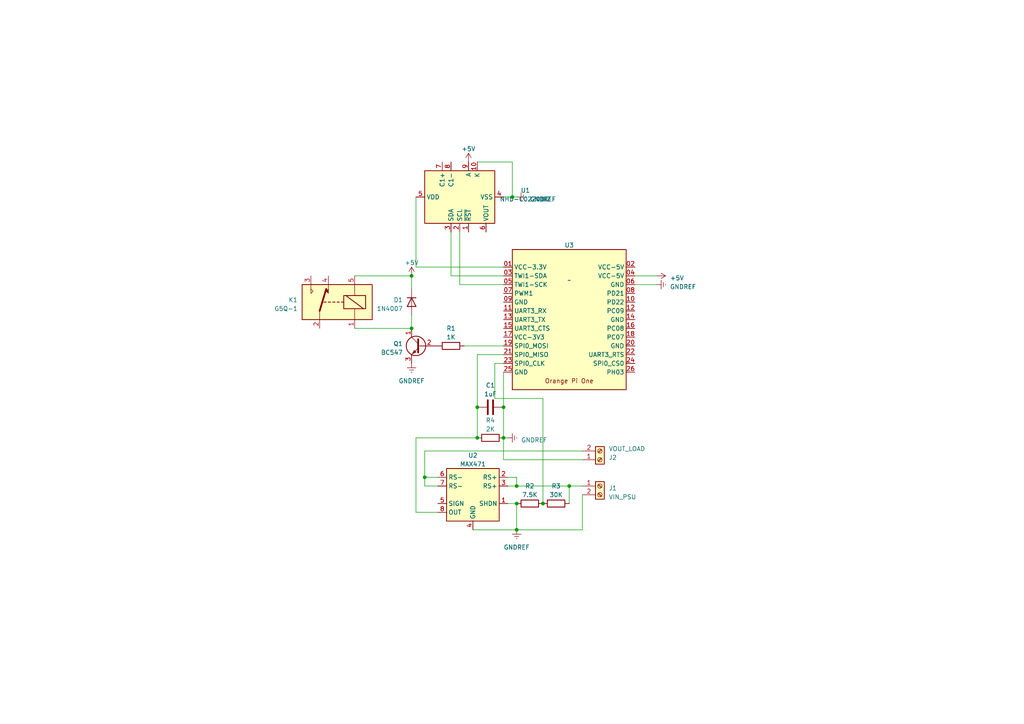
<source format=kicad_sch>
(kicad_sch (version 20230121) (generator eeschema)
  (paper "A4")
  (lib_symbols
    (symbol "Amplifier_Current:MAX471"
      (property "Reference" "U" (at -7.62 8.89 0))
      (property "Value" "MAX471" (at 0 8.89 0))
      (symbol "MAX471_0_1"
        (rectangle (start -7.62 7.62) (end 7.62 -7.62) (stroke (width 0.254)) (fill (type background)))
      )
      (symbol "MAX471_1_1"
        (pin input line (at -10.16 -2.54 0) (length 2.54) (name "SHDN") (number "1"))
        (pin input line (at -10.16 5.08 0) (length 2.54) (name "RS+") (number "2"))
        (pin input line (at -10.16 2.54 0) (length 2.54) (name "RS+") (number "3"))
        (pin power_in line (at 0 -10.16 90) (length 2.54) (name "GND") (number "4"))
        (pin open_collector line (at 10.16 -2.54 180) (length 2.54) (name "SIGN") (number "5"))
        (pin input line (at 10.16 5.08 180) (length 2.54) (name "RS-") (number "6"))
        (pin input line (at 10.16 2.54 180) (length 2.54) (name "RS-") (number "7"))
        (pin output line (at 10.16 -5.08 180) (length 2.54) (name "OUT") (number "8"))
      )
    )
    (symbol "Connector:Screw_Terminal_01x02" (pin_names (offset 1.016) hide)
      (property "Reference" "J" (at 0 2.54 0))
      (property "Value" "Screw_Terminal_01x02" (at 0 -5.08 0))
      (symbol "Screw_Terminal_01x02_1_1"
        (rectangle (start -1.27 1.27) (end 1.27 -3.81) (stroke (width 0.254)) (fill (type background)))
        (circle (center 0 -2.54) (radius 0.635) (stroke (width 0.1524)))
        (polyline (pts (xy -0.5334 -2.2098) (xy 0.3302 -3.048)) (stroke (width 0.1524)))
        (polyline (pts (xy -0.5334 0.3302) (xy 0.3302 -0.508)) (stroke (width 0.1524)))
        (polyline (pts (xy -0.3556 -2.032) (xy 0.508 -2.8702)) (stroke (width 0.1524)))
        (polyline (pts (xy -0.3556 0.508) (xy 0.508 -0.3302)) (stroke (width 0.1524)))
        (circle (center 0 0) (radius 0.635) (stroke (width 0.1524)))
        (pin passive line (at -5.08 0 0) (length 3.81) (name "Pin_1") (number "1"))
        (pin passive line (at -5.08 -2.54 0) (length 3.81) (name "Pin_2") (number "2"))
      )
    )
    (symbol "Device:C" (pin_numbers hide) (pin_names (offset 0.254))
      (property "Reference" "C" (at 0.635 2.54 0))
      (property "Value" "C" (at 0.635 -2.54 0))
      (symbol "C_0_1"
        (polyline (pts (xy -2.032 -0.762) (xy 2.032 -0.762)) (stroke (width 0.508)))
        (polyline (pts (xy -2.032 0.762) (xy 2.032 0.762)) (stroke (width 0.508)))
      )
      (symbol "C_1_1"
        (pin passive line (at 0 3.81 270) (length 2.794) (name "~") (number "1"))
        (pin passive line (at 0 -3.81 90) (length 2.794) (name "~") (number "2"))
      )
    )
    (symbol "Device:R" (pin_numbers hide) (pin_names (offset 0))
      (property "Reference" "R" (at 2.032 0 90))
      (property "Value" "R" (at 0 0 90))
      (symbol "R_0_1"
        (rectangle (start -1.016 -2.54) (end 1.016 2.54) (stroke (width 0.254)))
      )
      (symbol "R_1_1"
        (pin passive line (at 0 3.81 270) (length 1.27) (name "~") (number "1"))
        (pin passive line (at 0 -3.81 90) (length 1.27) (name "~") (number "2"))
      )
    )
    (symbol "Diode:1N4007" (pin_numbers hide) (pin_names hide)
      (property "Reference" "D" (at 0 2.54 0))
      (property "Value" "1N4007" (at 0 -2.54 0))
      (symbol "1N4007_0_1"
        (polyline (pts (xy -1.27 1.27) (xy -1.27 -1.27)) (stroke (width 0.254)))
        (polyline (pts (xy 1.27 0) (xy -1.27 0)))
        (polyline (pts (xy 1.27 1.27) (xy 1.27 -1.27) (xy -1.27 0) (xy 1.27 1.27)) (stroke (width 0.254)))
      )
      (symbol "1N4007_1_1"
        (pin passive line (at -3.81 0 0) (length 2.54) (name "K") (number "1"))
        (pin passive line (at 3.81 0 180) (length 2.54) (name "A") (number "2"))
      )
    )
    (symbol "Display_Character:NHD-C0220BIZ"
      (property "Reference" "U" (at -6.35 11.43 0))
      (property "Value" "NHD-C0220BIZ" (at 8.89 11.43 0))
      (symbol "NHD-C0220BIZ_0_1"
        (rectangle (start -7.62 10.16) (end 7.62 -10.16) (stroke (width 0.254)) (fill (type background)))
      )
      (symbol "NHD-C0220BIZ_1_1"
        (pin input line (at -10.16 -2.54 0) (length 2.54) (name "~{RST}") (number "1"))
        (pin passive line (at 10.16 -5.08 180) (length 2.54) (name "K") (number "10"))
        (pin input line (at -10.16 0 0) (length 2.54) (name "SCL") (number "2"))
        (pin bidirectional line (at -10.16 2.54 0) (length 2.54) (name "SDA") (number "3"))
        (pin power_in line (at 0 -12.7 90) (length 2.54) (name "VSS") (number "4"))
        (pin power_in line (at 0 12.7 270) (length 2.54) (name "VDD") (number "5"))
        (pin passive line (at -10.16 -7.62 0) (length 2.54) (name "VOUT") (number "6"))
        (pin passive line (at 10.16 5.08 180) (length 2.54) (name "C1+") (number "7"))
        (pin passive line (at 10.16 2.54 180) (length 2.54) (name "C1-") (number "8"))
        (pin passive line (at 10.16 -2.54 180) (length 2.54) (name "A") (number "9"))
      )
    )
    (symbol "Relay:G5Q-1"
      (property "Reference" "K" (at 11.43 3.81 0))
      (property "Value" "G5Q-1" (at 11.43 1.27 0))
      (symbol "G5Q-1_0_0"
        (polyline (pts (xy 7.62 5.08) (xy 7.62 2.54) (xy 6.985 3.175) (xy 7.62 3.81)))
      )
      (symbol "G5Q-1_0_1"
        (rectangle (start -10.16 5.08) (end 10.16 -5.08) (stroke (width 0.254)) (fill (type background)))
        (rectangle (start -8.255 1.905) (end -1.905 -1.905) (stroke (width 0.254)))
        (polyline (pts (xy -7.62 -1.905) (xy -2.54 1.905)) (stroke (width 0.254)))
        (polyline (pts (xy -5.08 -5.08) (xy -5.08 -1.905)))
        (polyline (pts (xy -5.08 5.08) (xy -5.08 1.905)))
        (polyline (pts (xy -1.905 0) (xy -1.27 0)) (stroke (width 0.254)))
        (polyline (pts (xy -0.635 0) (xy 0 0)) (stroke (width 0.254)))
        (polyline (pts (xy 0.635 0) (xy 1.27 0)) (stroke (width 0.254)))
        (polyline (pts (xy 1.905 0) (xy 2.54 0)) (stroke (width 0.254)))
        (polyline (pts (xy 3.175 0) (xy 3.81 0)) (stroke (width 0.254)))
        (polyline (pts (xy 5.08 -2.54) (xy 3.175 3.81)) (stroke (width 0.508)))
        (polyline (pts (xy 5.08 -2.54) (xy 5.08 -5.08)))
        (polyline (pts (xy 2.54 5.08) (xy 2.54 2.54) (xy 3.175 3.175) (xy 2.54 3.81)) (fill (type outline)))
      )
      (symbol "G5Q-1_1_1"
        (pin passive line (at -5.08 -7.62 90) (length 2.54) (name "~") (number "1"))
        (pin passive line (at 5.08 -7.62 90) (length 2.54) (name "~") (number "2"))
        (pin passive line (at 7.62 7.62 270) (length 2.54) (name "~") (number "3"))
        (pin passive line (at 2.54 7.62 270) (length 2.54) (name "~") (number "4"))
        (pin passive line (at -5.08 7.62 270) (length 2.54) (name "~") (number "5"))
      )
    )
    (symbol "Transistor_BJT:BC547" (pin_names (offset 0) hide)
      (property "Reference" "Q" (at 5.08 1.905 0))
      (property "Value" "BC547" (at 5.08 0 0))
      (symbol "BC547_0_1"
        (polyline (pts (xy 0 0) (xy 0.635 0)))
        (polyline (pts (xy 0.635 0.635) (xy 2.54 2.54)))
        (polyline (pts (xy 0.635 -0.635) (xy 2.54 -2.54) (xy 2.54 -2.54)))
        (polyline (pts (xy 0.635 1.905) (xy 0.635 -1.905) (xy 0.635 -1.905)) (stroke (width 0.508)))
        (polyline (pts (xy 1.27 -1.778) (xy 1.778 -1.27) (xy 2.286 -2.286) (xy 1.27 -1.778) (xy 1.27 -1.778)) (fill (type outline)))
        (circle (center 1.27 0) (radius 2.8194) (stroke (width 0.254)))
      )
      (symbol "BC547_1_1"
        (pin passive line (at 2.54 5.08 270) (length 2.54) (name "C") (number "1"))
        (pin input line (at -5.08 0 0) (length 5.08) (name "B") (number "2"))
        (pin passive line (at 2.54 -5.08 90) (length 2.54) (name "E") (number "3"))
      )
    )
    (symbol "orange_pi_one:Orange_Pi_One"
      (property "Reference" "U" (at 0 0 0))
      (symbol "Orange_Pi_One_1_1"
        (rectangle (start -16.51 20.32) (end 16.51 -20.32) (stroke (width 0.254)) (fill (type background)))
        (text "Orange Pi One" (at 0 -17.78 0) (effects (font (size 1.27 1.27))))
        (pin bidirectional line (at -19.05 15.24 0) (length 2.54) (name "VCC-3.3V") (number "01"))
        (pin bidirectional line (at 19.05 15.24 180) (length 2.54) (name "VCC-5V") (number "02"))
        (pin bidirectional line (at -19.05 12.7 0) (length 2.54) (name "TWI1-SDA") (number "03"))
        (pin bidirectional line (at 19.05 12.7 180) (length 2.54) (name "VCC-5V") (number "04"))
        (pin bidirectional line (at -19.05 10.16 0) (length 2.54) (name "TWI1-SCK") (number "05"))
        (pin bidirectional line (at 19.05 10.16 180) (length 2.54) (name "GND") (number "06"))
        (pin bidirectional line (at -19.05 7.62 0) (length 2.54) (name "PWM1") (number "07"))
        (pin bidirectional line (at 19.05 7.62 180) (length 2.54) (name "PD21") (number "08"))
        (pin bidirectional line (at -19.05 5.08 0) (length 2.54) (name "GND") (number "09"))
        (pin bidirectional line (at 19.05 5.08 180) (length 2.54) (name "PD22") (number "10"))
        (pin bidirectional line (at -19.05 2.54 0) (length 2.54) (name "UART3_RX") (number "11"))
        (pin bidirectional line (at 19.05 2.54 180) (length 2.54) (name "PC09") (number "12"))
        (pin bidirectional line (at -19.05 0 0) (length 2.54) (name "UART3_TX") (number "13"))
        (pin bidirectional line (at 19.05 0 180) (length 2.54) (name "GND") (number "14"))
        (pin bidirectional line (at -19.05 -2.54 0) (length 2.54) (name "UART3_CTS") (number "15"))
        (pin bidirectional line (at 19.05 -2.54 180) (length 2.54) (name "PC08") (number "16"))
        (pin bidirectional line (at -19.05 -5.08 0) (length 2.54) (name "VCC-3V3") (number "17"))
        (pin bidirectional line (at 19.05 -5.08 180) (length 2.54) (name "PC07") (number "18"))
        (pin bidirectional line (at -19.05 -7.62 0) (length 2.54) (name "SPI0_MOSI") (number "19"))
        (pin bidirectional line (at 19.05 -7.62 180) (length 2.54) (name "GND") (number "20"))
        (pin bidirectional line (at -19.05 -10.16 0) (length 2.54) (name "SPI0_MISO") (number "21"))
        (pin bidirectional line (at 19.05 -10.16 180) (length 2.54) (name "UART3_RTS") (number "22"))
        (pin bidirectional line (at -19.05 -12.7 0) (length 2.54) (name "SPI0_CLK") (number "23"))
        (pin bidirectional line (at 19.05 -12.7 180) (length 2.54) (name "SPI0_CS0") (number "24"))
        (pin bidirectional line (at -19.05 -15.24 0) (length 2.54) (name "GND") (number "25"))
        (pin bidirectional line (at 19.05 -15.24 180) (length 2.54) (name "PH03") (number "26"))
      )
    )
    (symbol "power:+5V" (power) (pin_names (offset 0))
      (property "Value" "+5V" (at 0 3.556 0))
      (symbol "+5V_0_1"
        (polyline (pts (xy -0.762 1.27) (xy 0 2.54)))
        (polyline (pts (xy 0 0) (xy 0 2.54)))
        (polyline (pts (xy 0 2.54) (xy 0.762 1.27)))
      )
      (symbol "+5V_1_1"
        (pin power_in line (at 0 0 90) (length 0) hide (name "+5V") (number "1"))
      )
    )
    (symbol "power:GNDREF" (power) (pin_names (offset 0))
      (property "Value" "GNDREF" (at 0 -3.81 0))
      (symbol "GNDREF_0_1"
        (polyline (pts (xy -0.635 -1.905) (xy 0.635 -1.905)))
        (polyline (pts (xy -0.127 -2.54) (xy 0.127 -2.54)))
        (polyline (pts (xy 0 -1.27) (xy 0 0)))
        (polyline (pts (xy 1.27 -1.27) (xy -1.27 -1.27)))
      )
      (symbol "GNDREF_1_1"
        (pin power_in line (at 0 0 270) (length 0) hide (name "GNDREF") (number "1"))
      )
    )
  )
  (junction (at 138.43 118.11))
  (junction (at 149.86 153.67))
  (junction (at 123.19 138.43))
  (junction (at 165.1 140.97))
  (junction (at 157.48 146.05))
  (junction (at 146.05 118.11))
  (junction (at 148.59 57.15))
  (junction (at 149.86 140.97))
  (junction (at 119.38 95.25))
  (junction (at 138.43 127))
  (junction (at 119.38 80.01))
  (junction (at 146.05 127))
  (junction (at 149.86 146.05))
  (wire (pts (xy 149.86 57.15) (xy 148.59 57.15)))
  (wire (pts (xy 168.91 153.67) (xy 168.91 143.51)))
  (wire (pts (xy 146.05 118.11) (xy 146.05 127)))
  (wire (pts (xy 147.32 138.43) (xy 149.86 138.43)))
  (wire (pts (xy 143.51 115.57) (xy 143.51 105.41)))
  (wire (pts (xy 133.35 67.31) (xy 133.35 82.55)))
  (wire (pts (xy 148.59 46.99) (xy 148.59 57.15)))
  (wire (pts (xy 149.86 153.67) (xy 168.91 153.67)))
  (wire (pts (xy 149.86 146.05) (xy 147.32 146.05)))
  (wire (pts (xy 149.86 138.43) (xy 149.86 140.97)))
  (wire (pts (xy 146.05 127) (xy 147.32 127)))
  (wire (pts (xy 102.87 95.25) (xy 119.38 95.25)))
  (wire (pts (xy 127 148.59) (xy 120.65 148.59)))
  (wire (pts (xy 190.5 82.55) (xy 184.15 82.55)))
  (wire (pts (xy 148.59 57.15) (xy 146.05 57.15)))
  (wire (pts (xy 146.05 133.35) (xy 168.91 133.35)))
  (wire (pts (xy 138.43 102.87) (xy 146.05 102.87)))
  (wire (pts (xy 120.65 127) (xy 138.43 127)))
  (wire (pts (xy 123.19 138.43) (xy 127 138.43)))
  (wire (pts (xy 133.35 82.55) (xy 146.05 82.55)))
  (wire (pts (xy 157.48 146.05) (xy 157.48 115.57)))
  (wire (pts (xy 157.48 115.57) (xy 143.51 115.57)))
  (wire (pts (xy 165.1 140.97) (xy 168.91 140.97)))
  (wire (pts (xy 120.65 57.15) (xy 120.65 77.47)))
  (wire (pts (xy 120.65 148.59) (xy 120.65 127)))
  (wire (pts (xy 147.32 140.97) (xy 149.86 140.97)))
  (wire (pts (xy 138.43 46.99) (xy 148.59 46.99)))
  (wire (pts (xy 120.65 77.47) (xy 146.05 77.47)))
  (wire (pts (xy 143.51 105.41) (xy 146.05 105.41)))
  (wire (pts (xy 138.43 102.87) (xy 138.43 118.11)))
  (wire (pts (xy 134.62 100.33) (xy 146.05 100.33)))
  (wire (pts (xy 146.05 127) (xy 146.05 133.35)))
  (wire (pts (xy 130.81 80.01) (xy 146.05 80.01)))
  (wire (pts (xy 119.38 95.25) (xy 119.38 91.44)))
  (wire (pts (xy 102.87 80.01) (xy 119.38 80.01)))
  (wire (pts (xy 149.86 146.05) (xy 149.86 153.67)))
  (wire (pts (xy 130.81 67.31) (xy 130.81 80.01)))
  (wire (pts (xy 123.19 130.81) (xy 123.19 138.43)))
  (wire (pts (xy 149.86 153.67) (xy 137.16 153.67)))
  (wire (pts (xy 190.5 80.01) (xy 184.15 80.01)))
  (wire (pts (xy 138.43 118.11) (xy 138.43 127)))
  (wire (pts (xy 123.19 140.97) (xy 127 140.97)))
  (wire (pts (xy 123.19 138.43) (xy 123.19 140.97)))
  (wire (pts (xy 165.1 140.97) (xy 165.1 146.05)))
  (wire (pts (xy 168.91 130.81) (xy 123.19 130.81)))
  (wire (pts (xy 119.38 80.01) (xy 119.38 83.82)))
  (wire (pts (xy 146.05 107.95) (xy 146.05 118.11)))
  (wire (pts (xy 149.86 140.97) (xy 165.1 140.97)))
  (symbol (lib_id "power:+5V") (at 190.5 80.01 270) (unit 1)
    (property "Reference" "#PWR03" (effects hide))
    (property "Value" "+5V" (at 194.31 80.645 90) (effects (justify left)))
  )
  (symbol (lib_id "Amplifier_Current:MAX471") (at 137.16 143.51 0) (mirror y) (unit 1)
    (property "Reference" "U2" (at 137.16 132.08 0))
    (property "Value" "MAX471" (at 137.16 134.62 0))
    (property "Datasheet" "http://pdfserv.maximintegrated.com/en/ds/MAX471-MAX472.pdf" (effects hide))
  )
  (symbol (lib_id "Diode:1N4007") (at 119.38 87.63 90) (mirror x) (unit 1)
    (property "Reference" "D1" (at 116.84 86.995 90) (effects (justify left)))
    (property "Value" "1N4007" (at 116.84 89.535 90) (effects (justify left)))
    (property "Footprint" "Diode_THT:D_DO-41_SOD81_P10.16mm_Horizontal" (effects hide))
    (property "Datasheet" "http://www.vishay.com/docs/88503/1n4001.pdf" (effects hide))
    (property "Sim.Device" "D" (effects hide))
    (property "Sim.Pins" "1=K 2=A" (effects hide))
  )
  (symbol (lib_id "power:GNDREF") (at 149.86 57.15 90) (unit 1)
    (property "Reference" "#PWR08" (effects hide))
    (property "Value" "GNDREF" (at 153.67 57.785 90) (effects (justify right)))
  )
  (symbol (lib_id "Display_Character:NHD-C0220BIZ") (at 133.35 57.15 90) (unit 1)
    (property "Reference" "U1" (at 152.4 55.2197 90))
    (property "Value" "NHD-C0220BIZ" (at 152.4 57.7597 90))
    (property "Footprint" "Display:NHD-C0220BiZ" (effects hide))
    (property "Datasheet" "http://www.newhavendisplay.com/specs/NHD-C0220BiZ-FSW-FBW-3V3M.pdf" (effects hide))
  )
  (symbol (lib_id "power:+5V") (at 119.38 80.01 0) (mirror y) (unit 1)
    (property "Reference" "#PWR01" (effects hide))
    (property "Value" "+5V" (at 119.38 76.2 0))
  )
  (symbol (lib_id "Device:R") (at 142.24 127 90) (unit 1)
    (property "Reference" "R4" (at 142.24 121.92 90))
    (property "Value" "2K" (at 142.24 124.46 90))
  )
  (symbol (lib_id "orange_pi_one:Orange_Pi_One") (at 165.1 92.71 0) (unit 1)
    (property "Reference" "U3" (at 165.1 71.12 0))
    (property "Value" "~" (at 165.1 81.28 0))
  )
  (symbol (lib_id "Device:R") (at 161.29 146.05 270) (mirror x) (unit 1)
    (property "Reference" "R3" (at 161.29 140.97 90))
    (property "Value" "30K" (at 161.29 143.51 90))
  )
  (symbol (lib_id "power:GNDREF") (at 149.86 153.67 0) (mirror y) (unit 1)
    (property "Reference" "#PWR05" (effects hide))
    (property "Value" "GNDREF" (at 149.86 158.75 0))
  )
  (symbol (lib_id "Device:C") (at 142.24 118.11 270) (unit 1)
    (property "Reference" "C1" (at 142.24 111.76 90))
    (property "Value" "1uF" (at 142.24 114.3 90))
  )
  (symbol (lib_id "Device:R") (at 130.81 100.33 90) (mirror x) (unit 1)
    (property "Reference" "R1" (at 130.81 95.25 90))
    (property "Value" "1K" (at 130.81 97.79 90))
  )
  (symbol (lib_id "Connector:Screw_Terminal_01x02") (at 173.99 133.35 0) (mirror x) (unit 1)
    (property "Reference" "J2" (at 176.53 132.715 0) (effects (justify left)))
    (property "Value" "VOUT_LOAD" (at 176.53 130.175 0) (effects (justify left)))
  )
  (symbol (lib_id "power:GNDREF") (at 147.32 127 90) (unit 1)
    (property "Reference" "#PWR06" (effects hide))
    (property "Value" "GNDREF" (at 151.13 127.635 90) (effects (justify right)))
  )
  (symbol (lib_id "Device:R") (at 153.67 146.05 270) (mirror x) (unit 1)
    (property "Reference" "R2" (at 153.67 140.97 90))
    (property "Value" "7.5K" (at 153.67 143.51 90))
  )
  (symbol (lib_id "power:GNDREF") (at 119.38 105.41 0) (mirror y) (unit 1)
    (property "Reference" "#PWR02" (effects hide))
    (property "Value" "GNDREF" (at 119.38 110.49 0))
  )
  (symbol (lib_id "power:+5V") (at 135.89 46.99 0) (unit 1)
    (property "Reference" "#PWR09" (effects hide))
    (property "Value" "+5V" (at 135.89 43.18 0))
  )
  (symbol (lib_id "Connector:Screw_Terminal_01x02") (at 173.99 140.97 0) (unit 1)
    (property "Reference" "J1" (at 176.53 141.605 0) (effects (justify left)))
    (property "Value" "VIN_PSU" (at 176.53 144.145 0) (effects (justify left)))
  )
  (symbol (lib_id "power:GNDREF") (at 190.5 82.55 90) (unit 1)
    (property "Reference" "#PWR04" (effects hide))
    (property "Value" "GNDREF" (at 194.31 83.185 90) (effects (justify right)))
  )
  (symbol (lib_id "Relay:G5Q-1") (at 97.79 87.63 0) (mirror y) (unit 1)
    (property "Reference" "K1" (at 86.36 86.995 0) (effects (justify left)))
    (property "Value" "G5Q-1" (at 86.36 89.535 0) (effects (justify left)))
    (property "Footprint" "Relay_THT:Relay_SPDT_Omron-G5Q-1" (effects hide))
    (property "Datasheet" "https://www.omron.com/ecb/products/pdf/en-g5q.pdf" (effects hide))
  )
  (symbol (lib_id "Transistor_BJT:BC547") (at 121.92 100.33 0) (mirror y) (unit 1)
    (property "Reference" "Q1" (at 116.84 99.695 0) (effects (justify left)))
    (property "Value" "BC547" (at 116.84 102.235 0) (effects (justify left)))
    (property "Footprint" "Package_TO_SOT_THT:TO-92_Inline" (effects hide))
    (property "Datasheet" "https://www.onsemi.com/pub/Collateral/BC550-D.pdf" (effects hide))
  )
)
</source>
